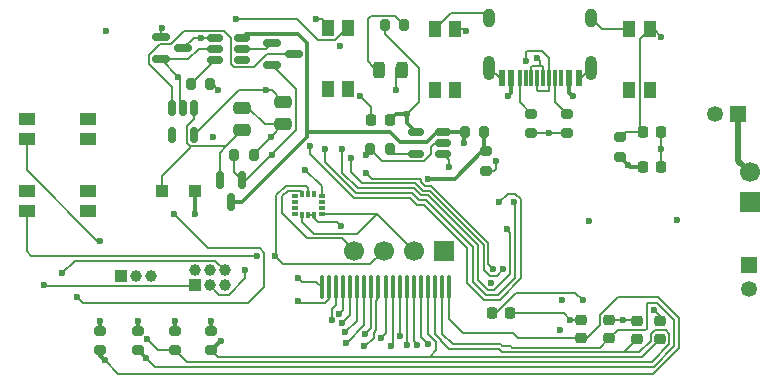
<source format=gbr>
%TF.GenerationSoftware,KiCad,Pcbnew,9.0.1*%
%TF.CreationDate,2025-11-02T14:12:38-06:00*%
%TF.ProjectId,OM-FlexGrid-Rigid-PCB,4f4d2d46-6c65-4784-9772-69642d526967,rev?*%
%TF.SameCoordinates,Original*%
%TF.FileFunction,Copper,L1,Top*%
%TF.FilePolarity,Positive*%
%FSLAX46Y46*%
G04 Gerber Fmt 4.6, Leading zero omitted, Abs format (unit mm)*
G04 Created by KiCad (PCBNEW 9.0.1) date 2025-11-02 14:12:38*
%MOMM*%
%LPD*%
G01*
G04 APERTURE LIST*
G04 Aperture macros list*
%AMRoundRect*
0 Rectangle with rounded corners*
0 $1 Rounding radius*
0 $2 $3 $4 $5 $6 $7 $8 $9 X,Y pos of 4 corners*
0 Add a 4 corners polygon primitive as box body*
4,1,4,$2,$3,$4,$5,$6,$7,$8,$9,$2,$3,0*
0 Add four circle primitives for the rounded corners*
1,1,$1+$1,$2,$3*
1,1,$1+$1,$4,$5*
1,1,$1+$1,$6,$7*
1,1,$1+$1,$8,$9*
0 Add four rect primitives between the rounded corners*
20,1,$1+$1,$2,$3,$4,$5,0*
20,1,$1+$1,$4,$5,$6,$7,0*
20,1,$1+$1,$6,$7,$8,$9,0*
20,1,$1+$1,$8,$9,$2,$3,0*%
G04 Aperture macros list end*
%TA.AperFunction,SMDPad,CuDef*%
%ADD10RoundRect,0.052500X0.122500X-0.947500X0.122500X0.947500X-0.122500X0.947500X-0.122500X-0.947500X0*%
%TD*%
%TA.AperFunction,SMDPad,CuDef*%
%ADD11R,0.600000X0.300000*%
%TD*%
%TA.AperFunction,SMDPad,CuDef*%
%ADD12R,0.300000X0.600000*%
%TD*%
%TA.AperFunction,SMDPad,CuDef*%
%ADD13RoundRect,0.200000X-0.275000X0.200000X-0.275000X-0.200000X0.275000X-0.200000X0.275000X0.200000X0*%
%TD*%
%TA.AperFunction,SMDPad,CuDef*%
%ADD14RoundRect,0.250000X-0.300000X-0.300000X0.300000X-0.300000X0.300000X0.300000X-0.300000X0.300000X0*%
%TD*%
%TA.AperFunction,SMDPad,CuDef*%
%ADD15R,1.450000X1.000000*%
%TD*%
%TA.AperFunction,SMDPad,CuDef*%
%ADD16RoundRect,0.150000X-0.150000X0.512500X-0.150000X-0.512500X0.150000X-0.512500X0.150000X0.512500X0*%
%TD*%
%TA.AperFunction,SMDPad,CuDef*%
%ADD17RoundRect,0.200000X-0.200000X-0.275000X0.200000X-0.275000X0.200000X0.275000X-0.200000X0.275000X0*%
%TD*%
%TA.AperFunction,ComponentPad*%
%ADD18R,1.000000X1.000000*%
%TD*%
%TA.AperFunction,ComponentPad*%
%ADD19C,1.000000*%
%TD*%
%TA.AperFunction,SMDPad,CuDef*%
%ADD20RoundRect,0.225000X-0.225000X-0.250000X0.225000X-0.250000X0.225000X0.250000X-0.225000X0.250000X0*%
%TD*%
%TA.AperFunction,SMDPad,CuDef*%
%ADD21RoundRect,0.150000X-0.587500X-0.150000X0.587500X-0.150000X0.587500X0.150000X-0.587500X0.150000X0*%
%TD*%
%TA.AperFunction,SMDPad,CuDef*%
%ADD22RoundRect,0.200000X0.200000X0.275000X-0.200000X0.275000X-0.200000X-0.275000X0.200000X-0.275000X0*%
%TD*%
%TA.AperFunction,SMDPad,CuDef*%
%ADD23RoundRect,0.225000X-0.250000X0.225000X-0.250000X-0.225000X0.250000X-0.225000X0.250000X0.225000X0*%
%TD*%
%TA.AperFunction,ComponentPad*%
%ADD24R,1.350000X1.350000*%
%TD*%
%TA.AperFunction,ComponentPad*%
%ADD25C,1.350000*%
%TD*%
%TA.AperFunction,SMDPad,CuDef*%
%ADD26RoundRect,0.150000X-0.512500X-0.150000X0.512500X-0.150000X0.512500X0.150000X-0.512500X0.150000X0*%
%TD*%
%TA.AperFunction,SMDPad,CuDef*%
%ADD27R,1.000000X1.450000*%
%TD*%
%TA.AperFunction,SMDPad,CuDef*%
%ADD28RoundRect,0.150000X-0.150000X0.587500X-0.150000X-0.587500X0.150000X-0.587500X0.150000X0.587500X0*%
%TD*%
%TA.AperFunction,SMDPad,CuDef*%
%ADD29RoundRect,0.243750X0.243750X0.456250X-0.243750X0.456250X-0.243750X-0.456250X0.243750X-0.456250X0*%
%TD*%
%TA.AperFunction,ComponentPad*%
%ADD30R,1.700000X1.700000*%
%TD*%
%TA.AperFunction,ComponentPad*%
%ADD31C,1.700000*%
%TD*%
%TA.AperFunction,SMDPad,CuDef*%
%ADD32RoundRect,0.250000X-0.475000X0.250000X-0.475000X-0.250000X0.475000X-0.250000X0.475000X0.250000X0*%
%TD*%
%TA.AperFunction,SMDPad,CuDef*%
%ADD33RoundRect,0.150000X0.512500X0.150000X-0.512500X0.150000X-0.512500X-0.150000X0.512500X-0.150000X0*%
%TD*%
%TA.AperFunction,SMDPad,CuDef*%
%ADD34R,0.600000X1.450000*%
%TD*%
%TA.AperFunction,SMDPad,CuDef*%
%ADD35R,0.300000X1.450000*%
%TD*%
%TA.AperFunction,HeatsinkPad*%
%ADD36O,1.000000X2.100000*%
%TD*%
%TA.AperFunction,HeatsinkPad*%
%ADD37O,1.000000X1.600000*%
%TD*%
%TA.AperFunction,SMDPad,CuDef*%
%ADD38RoundRect,0.225000X0.225000X0.250000X-0.225000X0.250000X-0.225000X-0.250000X0.225000X-0.250000X0*%
%TD*%
%TA.AperFunction,SMDPad,CuDef*%
%ADD39RoundRect,0.250000X0.475000X-0.250000X0.475000X0.250000X-0.475000X0.250000X-0.475000X-0.250000X0*%
%TD*%
%TA.AperFunction,SMDPad,CuDef*%
%ADD40RoundRect,0.200000X0.275000X-0.200000X0.275000X0.200000X-0.275000X0.200000X-0.275000X-0.200000X0*%
%TD*%
%TA.AperFunction,ViaPad*%
%ADD41C,0.600000*%
%TD*%
%TA.AperFunction,Conductor*%
%ADD42C,0.200000*%
%TD*%
%TA.AperFunction,Conductor*%
%ADD43C,0.350000*%
%TD*%
%TA.AperFunction,Conductor*%
%ADD44C,0.500000*%
%TD*%
G04 APERTURE END LIST*
D10*
%TO.P,J3,1,Pin_1*%
%TO.N,COL_0*%
X179250000Y-122700000D03*
%TO.P,J3,2,Pin_2*%
%TO.N,COL_1*%
X179850000Y-122700000D03*
%TO.P,J3,3,Pin_3*%
%TO.N,COL_2*%
X180450000Y-122700000D03*
%TO.P,J3,4,Pin_4*%
%TO.N,COL_3*%
X181050000Y-122700000D03*
%TO.P,J3,5,Pin_5*%
%TO.N,COL_4*%
X181650000Y-122700000D03*
%TO.P,J3,6,Pin_6*%
%TO.N,COL_5*%
X182250000Y-122700000D03*
%TO.P,J3,7,Pin_7*%
%TO.N,COL_6*%
X182850000Y-122700000D03*
%TO.P,J3,8,Pin_8*%
%TO.N,COL_7*%
X183450000Y-122700000D03*
%TO.P,J3,9,Pin_9*%
%TO.N,COL_8*%
X184050000Y-122700000D03*
%TO.P,J3,10,Pin_10*%
%TO.N,COL_9*%
X184650000Y-122700000D03*
%TO.P,J3,11,Pin_11*%
%TO.N,COL_10*%
X185250000Y-122700000D03*
%TO.P,J3,12,Pin_12*%
%TO.N,COL_11*%
X185850000Y-122700000D03*
%TO.P,J3,13,Pin_13*%
%TO.N,COL_12*%
X186450000Y-122700000D03*
%TO.P,J3,14,Pin_14*%
%TO.N,COL_13*%
X187050000Y-122700000D03*
%TO.P,J3,15,Pin_15*%
%TO.N,COL_14*%
X187650000Y-122700000D03*
%TO.P,J3,16,Pin_16*%
%TO.N,ROW_0*%
X188250000Y-122700000D03*
%TO.P,J3,17,Pin_17*%
%TO.N,ROW_1*%
X188850000Y-122700000D03*
%TO.P,J3,18,Pin_18*%
%TO.N,ROW_2*%
X189450000Y-122700000D03*
%TO.P,J3,19,Pin_19*%
%TO.N,ROW_3*%
X190050000Y-122700000D03*
%TD*%
D11*
%TO.P,IC1,1,SDO/AD0*%
%TO.N,unconnected-(IC1-SDO{slash}AD0-Pad1)*%
X176950000Y-114950000D03*
%TO.P,IC1,2,RESV1*%
%TO.N,unconnected-(IC1-RESV1-Pad2)*%
X176950000Y-115450000D03*
%TO.P,IC1,3,RESV2*%
%TO.N,unconnected-(IC1-RESV2-Pad3)*%
X176950000Y-115950000D03*
%TO.P,IC1,4,INT1/INT*%
%TO.N,unconnected-(IC1-INT1{slash}INT-Pad4)*%
X176950000Y-116450000D03*
D12*
%TO.P,IC1,5,VDDIO*%
%TO.N,+3V3*%
X177600000Y-116600000D03*
%TO.P,IC1,6,GND*%
%TO.N,GND*%
X178100000Y-116600000D03*
%TO.P,IC1,7,RESV_3*%
X178600000Y-116600000D03*
D11*
%TO.P,IC1,8,VDD*%
%TO.N,+3V3*%
X179250000Y-116450000D03*
%TO.P,IC1,9,INT2/FSYNC/CLKIN*%
%TO.N,unconnected-(IC1-INT2{slash}FSYNC{slash}CLKIN-Pad9)*%
X179250000Y-115950000D03*
%TO.P,IC1,10,RESV_4*%
%TO.N,unconnected-(IC1-RESV_4-Pad10)*%
X179250000Y-115450000D03*
%TO.P,IC1,11,RESV_5*%
%TO.N,GND*%
X179250000Y-114950000D03*
D12*
%TO.P,IC1,12,AP_CS*%
%TO.N,unconnected-(IC1-AP_CS-Pad12)*%
X178600000Y-114800000D03*
%TO.P,IC1,13,SCL/SCLK*%
%TO.N,SCL*%
X178100000Y-114800000D03*
%TO.P,IC1,14,SDA/SDIO/ASDI*%
%TO.N,SDA*%
X177600000Y-114800000D03*
%TD*%
D13*
%TO.P,R14,1*%
%TO.N,GND*%
X163700000Y-126350000D03*
%TO.P,R14,2*%
%TO.N,ROW_2*%
X163700000Y-128000000D03*
%TD*%
D14*
%TO.P,D1,1,K*%
%TO.N,VIN*%
X165700000Y-114500000D03*
%TO.P,D1,2,A*%
%TO.N,VBUS*%
X168500000Y-114500000D03*
%TD*%
D15*
%TO.P,SELECT1,1,1*%
%TO.N,SELECT*%
X154300000Y-116250000D03*
%TO.P,SELECT1,2,2*%
%TO.N,GND*%
X154300000Y-114550000D03*
%TO.P,SELECT1,3*%
%TO.N,N/C*%
X159450000Y-116250000D03*
%TO.P,SELECT1,4*%
X159450000Y-114550000D03*
%TD*%
D16*
%TO.P,U3,1,IN*%
%TO.N,VIN*%
X168450000Y-107500000D03*
%TO.P,U3,2,GND*%
%TO.N,GND*%
X167500000Y-107500000D03*
%TO.P,U3,3,EN*%
%TO.N,Net-(U3-EN)*%
X166550000Y-107500000D03*
%TO.P,U3,4,NC*%
%TO.N,unconnected-(U3-NC-Pad4)*%
X166550000Y-109775000D03*
%TO.P,U3,5,OUT*%
%TO.N,+3V3*%
X168450000Y-109775000D03*
%TD*%
D15*
%TO.P,MENU1,1,1*%
%TO.N,MENU*%
X154300000Y-110100000D03*
%TO.P,MENU1,2,2*%
%TO.N,GND*%
X154300000Y-108400000D03*
%TO.P,MENU1,3*%
%TO.N,N/C*%
X159450000Y-110100000D03*
%TO.P,MENU1,4*%
X159450000Y-108400000D03*
%TD*%
D17*
%TO.P,R5,1*%
%TO.N,VBUS*%
X184600000Y-100500000D03*
%TO.P,R5,2*%
%TO.N,Net-(D2-A)*%
X186250000Y-100500000D03*
%TD*%
D18*
%TO.P,J1,1,Pin_1*%
%TO.N,GP41*%
X168480000Y-122500000D03*
D19*
%TO.P,J1,2,Pin_2*%
%TO.N,SPI_MOSI*%
X168480000Y-121230000D03*
%TO.P,J1,3,Pin_3*%
%TO.N,SPI_SCK*%
X169750000Y-122500000D03*
%TO.P,J1,4,Pin_4*%
%TO.N,SPI_MISO*%
X169750000Y-121230000D03*
%TO.P,J1,5,Pin_5*%
%TO.N,CS*%
X171020000Y-122500000D03*
%TO.P,J1,6,Pin_6*%
%TO.N,GP40*%
X171020000Y-121230000D03*
%TD*%
D20*
%TO.P,C11,1*%
%TO.N,+3V3*%
X193650000Y-124900000D03*
%TO.P,C11,2*%
%TO.N,GND*%
X195200000Y-124900000D03*
%TD*%
D13*
%TO.P,R2,1*%
%TO.N,Net-(J4-CC1)*%
X200000000Y-108000000D03*
%TO.P,R2,2*%
%TO.N,GND*%
X200000000Y-109650000D03*
%TD*%
D21*
%TO.P,Q3,1,G*%
%TO.N,PWR_OFF*%
X165625000Y-101500000D03*
%TO.P,Q3,2,S*%
%TO.N,GND*%
X165625000Y-103400000D03*
%TO.P,Q3,3,D*%
%TO.N,Net-(MAX1-In)*%
X167500000Y-102450000D03*
%TD*%
D22*
%TO.P,R4,1*%
%TO.N,Net-(U4-PROG)*%
X185000000Y-111000000D03*
%TO.P,R4,2*%
%TO.N,GND*%
X183350000Y-111000000D03*
%TD*%
D23*
%TO.P,C15,1*%
%TO.N,GND*%
X201200000Y-125450000D03*
%TO.P,C15,2*%
%TO.N,ROW_3*%
X201200000Y-127000000D03*
%TD*%
D24*
%TO.P,J7,1,Pin_1*%
%TO.N,GND*%
X215450000Y-120800000D03*
D25*
%TO.P,J7,2,Pin_2*%
%TO.N,+3V3*%
X215450000Y-122800000D03*
%TD*%
D26*
%TO.P,MAX1,1,In*%
%TO.N,Net-(MAX1-In)*%
X170225000Y-101550000D03*
%TO.P,MAX1,2,GND*%
%TO.N,GND*%
X170225000Y-102500000D03*
%TO.P,MAX1,3,CLEAR*%
%TO.N,Net-(MAX1-CLEAR)*%
X170225000Y-103450000D03*
%TO.P,MAX1,4,OU*%
%TO.N,unconnected-(MAX1-OU-Pad4)*%
X172500000Y-103450000D03*
%TO.P,MAX1,5,OUT*%
%TO.N,LDO_EN*%
X172500000Y-102500000D03*
%TO.P,MAX1,6,Vcc*%
%TO.N,VBAT*%
X172500000Y-101550000D03*
%TD*%
D27*
%TO.P,BOOT1,1,1*%
%TO.N,GND*%
X205300000Y-100850000D03*
%TO.P,BOOT1,2,2*%
%TO.N,EN*%
X207000000Y-100850000D03*
%TO.P,BOOT1,3*%
%TO.N,N/C*%
X205300000Y-106000000D03*
%TO.P,BOOT1,4*%
X207000000Y-106000000D03*
%TD*%
D28*
%TO.P,Q2,1,G*%
%TO.N,VBUS*%
X172500000Y-113600000D03*
%TO.P,Q2,2,S*%
%TO.N,VIN*%
X170600000Y-113600000D03*
%TO.P,Q2,3,D*%
%TO.N,VBAT*%
X171550000Y-115475000D03*
%TD*%
D13*
%TO.P,R1,1*%
%TO.N,Net-(J4-CC2)*%
X197000000Y-108000000D03*
%TO.P,R1,2*%
%TO.N,GND*%
X197000000Y-109650000D03*
%TD*%
D27*
%TO.P,SW_PWR1,1,1*%
%TO.N,GND*%
X179750000Y-100750000D03*
%TO.P,SW_PWR1,2,2*%
%TO.N,Net-(MAX1-In)*%
X181450000Y-100750000D03*
%TO.P,SW_PWR1,3*%
%TO.N,N/C*%
X179750000Y-105900000D03*
%TO.P,SW_PWR1,4*%
X181450000Y-105900000D03*
%TD*%
D20*
%TO.P,C10,1*%
%TO.N,+3V3*%
X206450000Y-112500000D03*
%TO.P,C10,2*%
%TO.N,GND*%
X208000000Y-112500000D03*
%TD*%
D29*
%TO.P,D2,1,K*%
%TO.N,Net-(D2-K)*%
X186000000Y-104250000D03*
%TO.P,D2,2,A*%
%TO.N,Net-(D2-A)*%
X184125000Y-104250000D03*
%TD*%
D23*
%TO.P,C14,1*%
%TO.N,GND*%
X203600000Y-125450000D03*
%TO.P,C14,2*%
%TO.N,ROW_2*%
X203600000Y-127000000D03*
%TD*%
D13*
%TO.P,R8,1*%
%TO.N,ADC_BAT*%
X193175000Y-111175000D03*
%TO.P,R8,2*%
%TO.N,GND*%
X193175000Y-112825000D03*
%TD*%
D23*
%TO.P,C12,1*%
%TO.N,GND*%
X207900000Y-125500000D03*
%TO.P,C12,2*%
%TO.N,ROW_0*%
X207900000Y-127050000D03*
%TD*%
D20*
%TO.P,C8,1*%
%TO.N,GND*%
X183450000Y-108500000D03*
%TO.P,C8,2*%
%TO.N,VBUS*%
X185000000Y-108500000D03*
%TD*%
D30*
%TO.P,J2,1,Pin_1*%
%TO.N,GND*%
X215500000Y-115500000D03*
D31*
%TO.P,J2,2,Pin_2*%
%TO.N,VBAT*%
X215500000Y-112960000D03*
%TD*%
D17*
%TO.P,R3,1*%
%TO.N,Net-(MAX1-CLEAR)*%
X168175000Y-105500000D03*
%TO.P,R3,2*%
%TO.N,GND*%
X169825000Y-105500000D03*
%TD*%
D32*
%TO.P,C7,1*%
%TO.N,+3V3*%
X176000000Y-107000000D03*
%TO.P,C7,2*%
%TO.N,GND*%
X176000000Y-108900000D03*
%TD*%
D30*
%TO.P,SCRN1,1,Pin_1*%
%TO.N,GND*%
X189600000Y-119600000D03*
D31*
%TO.P,SCRN1,2,Pin_2*%
%TO.N,+3V3*%
X187060000Y-119600000D03*
%TO.P,SCRN1,3,Pin_3*%
%TO.N,SCL*%
X184520000Y-119600000D03*
%TO.P,SCRN1,4,Pin_4*%
%TO.N,SDA*%
X181980000Y-119600000D03*
%TD*%
D33*
%TO.P,U4,1,~{CHRG}*%
%TO.N,Net-(D2-K)*%
X189500000Y-111400000D03*
%TO.P,U4,2,GND*%
%TO.N,GND*%
X189500000Y-110450000D03*
%TO.P,U4,3,BAT*%
%TO.N,VBAT*%
X189500000Y-109500000D03*
%TO.P,U4,4,V_{CC}*%
%TO.N,VBUS*%
X187225000Y-109500000D03*
%TO.P,U4,5,PROG*%
%TO.N,Net-(U4-PROG)*%
X187225000Y-111400000D03*
%TD*%
D27*
%TO.P,SW_RST1,1,1*%
%TO.N,GND*%
X188800000Y-100850000D03*
%TO.P,SW_RST1,2,2*%
%TO.N,100*%
X190500000Y-100850000D03*
%TO.P,SW_RST1,3*%
%TO.N,N/C*%
X188800000Y-106000000D03*
%TO.P,SW_RST1,4*%
X190500000Y-106000000D03*
%TD*%
D34*
%TO.P,J4,A1,GND*%
%TO.N,GND*%
X201000000Y-105000000D03*
%TO.P,J4,A4,VBUS*%
%TO.N,VBUS*%
X200200000Y-105000000D03*
D35*
%TO.P,J4,A5,CC1*%
%TO.N,Net-(J4-CC1)*%
X199000000Y-105000000D03*
%TO.P,J4,A6,D+*%
%TO.N,D+*%
X198000000Y-105000000D03*
%TO.P,J4,A7,D-*%
%TO.N,D-*%
X197500000Y-105000000D03*
%TO.P,J4,A8,SBU1*%
%TO.N,unconnected-(J4-SBU1-PadA8)*%
X196500000Y-105000000D03*
D34*
%TO.P,J4,A9,VBUS*%
%TO.N,VBUS*%
X195300000Y-105000000D03*
%TO.P,J4,A12,GND*%
%TO.N,GND*%
X194500000Y-105000000D03*
%TO.P,J4,B1,GND*%
X194500000Y-105000000D03*
%TO.P,J4,B4,VBUS*%
%TO.N,VBUS*%
X195300000Y-105000000D03*
D35*
%TO.P,J4,B5,CC2*%
%TO.N,Net-(J4-CC2)*%
X196000000Y-105000000D03*
%TO.P,J4,B6,D+*%
%TO.N,D+*%
X197000000Y-105000000D03*
%TO.P,J4,B7,D-*%
%TO.N,D-*%
X198500000Y-105000000D03*
%TO.P,J4,B8,SBU2*%
%TO.N,unconnected-(J4-SBU2-PadB8)*%
X199500000Y-105000000D03*
D34*
%TO.P,J4,B9,VBUS*%
%TO.N,VBUS*%
X200200000Y-105000000D03*
%TO.P,J4,B12,GND*%
%TO.N,GND*%
X201000000Y-105000000D03*
D36*
%TO.P,J4,S1,SHIELD*%
X202070000Y-104085000D03*
D37*
X202070000Y-99905000D03*
D36*
X193430000Y-104085000D03*
D37*
X193430000Y-99905000D03*
%TD*%
D38*
%TO.P,C5,1*%
%TO.N,GND*%
X208000000Y-109500000D03*
%TO.P,C5,2*%
%TO.N,EN*%
X206450000Y-109500000D03*
%TD*%
D17*
%TO.P,R7,1*%
%TO.N,VBAT*%
X191350000Y-109500000D03*
%TO.P,R7,2*%
%TO.N,ADC_BAT*%
X193000000Y-109500000D03*
%TD*%
D39*
%TO.P,C6,1*%
%TO.N,VIN*%
X172500000Y-109400000D03*
%TO.P,C6,2*%
%TO.N,GND*%
X172500000Y-107500000D03*
%TD*%
D13*
%TO.P,R15,1*%
%TO.N,GND*%
X160500000Y-126350000D03*
%TO.P,R15,2*%
%TO.N,ROW_3*%
X160500000Y-128000000D03*
%TD*%
%TO.P,R12,1*%
%TO.N,GND*%
X169900000Y-126350000D03*
%TO.P,R12,2*%
%TO.N,ROW_0*%
X169900000Y-128000000D03*
%TD*%
D40*
%TO.P,R6,1*%
%TO.N,+3V3*%
X204500000Y-111650000D03*
%TO.P,R6,2*%
%TO.N,EN*%
X204500000Y-110000000D03*
%TD*%
D13*
%TO.P,R13,1*%
%TO.N,GND*%
X166800000Y-126350000D03*
%TO.P,R13,2*%
%TO.N,ROW_1*%
X166800000Y-128000000D03*
%TD*%
D21*
%TO.P,D3,1*%
%TO.N,LDO_EN*%
X175000000Y-102000000D03*
%TO.P,D3,2*%
%TO.N,VBUS*%
X175000000Y-103900000D03*
%TO.P,D3,3*%
%TO.N,Net-(U3-EN)*%
X176875000Y-102950000D03*
%TD*%
D17*
%TO.P,R9,1*%
%TO.N,VBUS*%
X171850000Y-111500000D03*
%TO.P,R9,2*%
%TO.N,GND*%
X173500000Y-111500000D03*
%TD*%
D18*
%TO.P,J6,1,Pin_1*%
%TO.N,GND*%
X162230000Y-121750000D03*
D19*
%TO.P,J6,2,Pin_2*%
%TO.N,RX*%
X163500000Y-121750000D03*
%TO.P,J6,3,Pin_3*%
%TO.N,TX*%
X164770000Y-121750000D03*
%TD*%
D23*
%TO.P,C13,1*%
%TO.N,GND*%
X205950000Y-125500000D03*
%TO.P,C13,2*%
%TO.N,ROW_1*%
X205950000Y-127050000D03*
%TD*%
D24*
%TO.P,J5,1,Pin_1*%
%TO.N,VBAT*%
X214500000Y-108000000D03*
D25*
%TO.P,J5,2,Pin_2*%
%TO.N,MotorGND*%
X212500000Y-108000000D03*
%TD*%
D41*
%TO.N,GND*%
X198500000Y-109650000D03*
X209350000Y-117000000D03*
X161000000Y-101000000D03*
X183000000Y-111500000D03*
X154300000Y-114550000D03*
X169900000Y-125500000D03*
X207375000Y-124625000D03*
X204750000Y-125450000D03*
X174950000Y-109950000D03*
X154300000Y-108400000D03*
X182500000Y-106500000D03*
X180850000Y-117499000D03*
X170500000Y-106000000D03*
X193575000Y-122325000D03*
X163700000Y-125500000D03*
X166800000Y-125500000D03*
X200299435Y-125449435D03*
X170040000Y-109960000D03*
X194000000Y-112000000D03*
X167112500Y-104887500D03*
X178750000Y-100000000D03*
X160500000Y-125500000D03*
X177850000Y-112750000D03*
X208000000Y-111000000D03*
%TO.N,EN*%
X208000000Y-101500000D03*
%TO.N,+3V3*%
X205175000Y-112325000D03*
X201324464Y-123774464D03*
X180750000Y-102250000D03*
X201850000Y-117050000D03*
X174500000Y-106000000D03*
%TO.N,VBUS*%
X168500000Y-116500000D03*
X186500000Y-108000000D03*
X175000000Y-111500000D03*
X200500000Y-106500000D03*
X195000000Y-106500000D03*
%TO.N,Net-(D2-K)*%
X190000000Y-112500000D03*
X185500000Y-106000000D03*
%TO.N,GP40*%
X157250000Y-121500000D03*
%TO.N,SCL*%
X175250000Y-120000000D03*
%TO.N,GP41*%
X155750000Y-122500000D03*
%TO.N,ROW_3*%
X160875000Y-128875000D03*
X166750000Y-116500000D03*
X158500000Y-123500000D03*
%TO.N,COL_11*%
X185850000Y-126850000D03*
%TO.N,COL_9*%
X184250000Y-126950000D03*
%TO.N,COL_0*%
X177200000Y-121900000D03*
%TO.N,COL_2*%
X180080832Y-125456592D03*
%TO.N,COL_4*%
X181000000Y-125700000D03*
%TO.N,COL_1*%
X177200000Y-123850000D03*
%TO.N,COL_13*%
X187350000Y-127550000D03*
%TO.N,ROW_1*%
X164450057Y-127100000D03*
%TO.N,COL_6*%
X181275000Y-127375000D03*
X199610700Y-123750329D03*
%TO.N,COL_10*%
X185100000Y-127700000D03*
%TO.N,COL_5*%
X181250000Y-126500000D03*
%TO.N,COL_8*%
X182850000Y-127700000D03*
%TO.N,ROW_2*%
X164350000Y-128650000D03*
%TO.N,ROW_0*%
X170700000Y-127200000D03*
%TO.N,COL_12*%
X186500000Y-127539509D03*
%TO.N,COL_7*%
X182925000Y-126675000D03*
X199400000Y-126300000D03*
%TO.N,COL_3*%
X180700000Y-124950000D03*
%TO.N,COL_14*%
X188250000Y-127500000D03*
%TO.N,D-*%
X196500000Y-103500000D03*
%TO.N,D+*%
X197500000Y-103250000D03*
%TO.N,SPI_SCK*%
X172750000Y-121250000D03*
%TO.N,ADC_BAT*%
X188250000Y-113500000D03*
%TO.N,Net-(MAX1-In)*%
X172000000Y-100000000D03*
X169000000Y-101550000D03*
%TO.N,VBAT*%
X191250000Y-110500000D03*
%TO.N,PWR_OFF*%
X165750000Y-100750000D03*
%TO.N,S3*%
X194250000Y-115500000D03*
X178250000Y-110750000D03*
%TO.N,GP16_E*%
X179500000Y-111000000D03*
X195550000Y-115500000D03*
%TO.N,S0*%
X193750000Y-121100000D03*
X183000000Y-113000000D03*
%TO.N,S2*%
X181000000Y-111000000D03*
X194900000Y-117750000D03*
%TO.N,S1*%
X194625000Y-121125000D03*
X181750000Y-111750000D03*
%TO.N,MENU*%
X160500000Y-118750000D03*
%TO.N,100*%
X191500000Y-101000000D03*
%TO.N,SELECT*%
X173750000Y-120000000D03*
%TD*%
D42*
%TO.N,S3*%
X195649943Y-114750000D02*
X195000000Y-114750000D01*
X196151000Y-115251057D02*
X195649943Y-114750000D01*
X194317100Y-123750000D02*
X196151000Y-121916100D01*
X193015857Y-123750000D02*
X194317100Y-123750000D01*
X195000000Y-114750000D02*
X194250000Y-115500000D01*
X191550000Y-119368400D02*
X191550000Y-122284143D01*
X187320805Y-115705005D02*
X187886605Y-115705005D01*
X196151000Y-121916100D02*
X196151000Y-115251057D01*
X187886605Y-115705005D02*
X191550000Y-119368400D01*
X186703800Y-115088000D02*
X187320805Y-115705005D01*
X181953800Y-115088000D02*
X186703800Y-115088000D01*
X178250000Y-111384200D02*
X181953800Y-115088000D01*
X191550000Y-122284143D02*
X193015857Y-123750000D01*
X178250000Y-110750000D02*
X178250000Y-111384200D01*
%TO.N,GP16_E*%
X195627000Y-115577000D02*
X195550000Y-115500000D01*
X195627000Y-121873000D02*
X195627000Y-115577000D01*
X194174028Y-123325972D02*
X195627000Y-121873000D01*
X193158929Y-123325972D02*
X194174028Y-123325972D01*
X192049000Y-122216044D02*
X193158929Y-123325972D01*
X188052705Y-115304005D02*
X192049000Y-119300300D01*
X187486905Y-115304005D02*
X188052705Y-115304005D01*
X186869900Y-114687000D02*
X187486905Y-115304005D01*
X192049000Y-119300300D02*
X192049000Y-122216044D01*
X182119900Y-114687000D02*
X186869900Y-114687000D01*
X179500000Y-112067100D02*
X182119900Y-114687000D01*
X179500000Y-111000000D02*
X179500000Y-112067100D01*
%TO.N,S2*%
X181000000Y-113000000D02*
X181000000Y-111000000D01*
X182286000Y-114286000D02*
X181000000Y-113000000D01*
X187653005Y-114903005D02*
X187036000Y-114286000D01*
X188218805Y-114903005D02*
X187653005Y-114903005D01*
X192450000Y-122049944D02*
X192450000Y-119134200D01*
X195226000Y-121523943D02*
X193824971Y-122924972D01*
X193325028Y-122924972D02*
X192450000Y-122049944D01*
X195226000Y-118076000D02*
X195226000Y-121523943D01*
X193824971Y-122924972D02*
X193325028Y-122924972D01*
X194900000Y-117750000D02*
X195226000Y-118076000D01*
X187036000Y-114286000D02*
X182286000Y-114286000D01*
X192450000Y-119134200D02*
X188218805Y-114903005D01*
%TO.N,S1*%
X181716450Y-111783550D02*
X181750000Y-111750000D01*
X181716450Y-112966450D02*
X181716450Y-111783550D01*
X187248000Y-113885000D02*
X182635000Y-113885000D01*
X187248000Y-113915043D02*
X187248000Y-113885000D01*
X187834957Y-114502000D02*
X187248000Y-113915043D01*
X188332849Y-114502000D02*
X187834957Y-114502000D01*
X188332852Y-114502003D02*
X188332849Y-114502000D01*
X188384902Y-114502002D02*
X188332852Y-114502003D01*
X193000000Y-120917100D02*
X192949000Y-120866100D01*
X193501057Y-121701000D02*
X193000000Y-121199943D01*
X193000000Y-121199943D02*
X193000000Y-120917100D01*
X182635000Y-113885000D02*
X181716450Y-112966450D01*
X194049000Y-121701000D02*
X193501057Y-121701000D01*
X194625000Y-121125000D02*
X194049000Y-121701000D01*
X192949000Y-120866100D02*
X192949000Y-119066100D01*
X192949000Y-119066100D02*
X188384902Y-114502002D01*
%TO.N,S0*%
X183484000Y-113484000D02*
X183000000Y-113000000D01*
X187649000Y-113748943D02*
X187649000Y-113484000D01*
X188001057Y-114101000D02*
X187649000Y-113748943D01*
X188498943Y-114101000D02*
X188001057Y-114101000D01*
X188524971Y-114074971D02*
X188498943Y-114101000D01*
X193350000Y-118900000D02*
X188524971Y-114074971D01*
X193350000Y-120700000D02*
X193350000Y-118900000D01*
X193750000Y-121100000D02*
X193350000Y-120700000D01*
X187649000Y-113484000D02*
X183484000Y-113484000D01*
%TO.N,ROW_1*%
X189351000Y-127170100D02*
X188850000Y-126669100D01*
X190052000Y-127902000D02*
X189351000Y-127201000D01*
X189351000Y-127201000D02*
X189351000Y-127170100D01*
X188850000Y-126669100D02*
X188850000Y-122700000D01*
X194522000Y-128202000D02*
X194222000Y-127902000D01*
X194222000Y-127902000D02*
X190052000Y-127902000D01*
%TO.N,ROW_3*%
X190050000Y-125400000D02*
X190050000Y-122700000D01*
X195410000Y-126550000D02*
X191200000Y-126550000D01*
X195860000Y-127000000D02*
X195410000Y-126550000D01*
X191200000Y-126550000D02*
X190050000Y-125400000D01*
%TO.N,ROW_2*%
X189450000Y-126600000D02*
X189450000Y-122700000D01*
X194388100Y-127501000D02*
X190351000Y-127501000D01*
X194537100Y-127650000D02*
X194388100Y-127501000D01*
X195240000Y-127650000D02*
X194537100Y-127650000D01*
X195391000Y-127801000D02*
X195240000Y-127650000D01*
X203600000Y-127000000D02*
X202799000Y-127801000D01*
X202799000Y-127801000D02*
X195391000Y-127801000D01*
X190351000Y-127501000D02*
X189450000Y-126600000D01*
%TO.N,ROW_0*%
X188250000Y-126636200D02*
X188250000Y-122700000D01*
X188950000Y-127336200D02*
X188250000Y-126636200D01*
%TO.N,COL_14*%
X187650000Y-126900000D02*
X187650000Y-122700000D01*
X188250000Y-127500000D02*
X187650000Y-126900000D01*
%TO.N,COL_13*%
X187350000Y-127550000D02*
X187050000Y-127250000D01*
X187050000Y-127250000D02*
X187050000Y-122700000D01*
%TO.N,COL_12*%
X186450000Y-127489509D02*
X186450000Y-122700000D01*
X186500000Y-127539509D02*
X186450000Y-127489509D01*
%TO.N,COL_11*%
X185850000Y-126850000D02*
X185850000Y-122700000D01*
%TO.N,COL_10*%
X185100000Y-127700000D02*
X185250000Y-127550000D01*
X185250000Y-127550000D02*
X185250000Y-122700000D01*
%TO.N,COL_9*%
X184250000Y-126950000D02*
X184650000Y-126550000D01*
X184650000Y-126550000D02*
X184650000Y-122700000D01*
%TO.N,COL_14*%
X188250000Y-127500000D02*
X188148000Y-127602000D01*
%TO.N,ROW_0*%
X188950000Y-128000000D02*
X188400000Y-128550000D01*
X188950000Y-127336200D02*
X188950000Y-128000000D01*
%TO.N,COL_8*%
X183926000Y-122824000D02*
X184050000Y-122700000D01*
X183851000Y-123870380D02*
X183926000Y-123795380D01*
X183926000Y-123795380D02*
X183926000Y-122824000D01*
X183851000Y-126316100D02*
X183851000Y-123870380D01*
X183649000Y-126518100D02*
X183851000Y-126316100D01*
X183649000Y-126951000D02*
X183649000Y-126518100D01*
X182900000Y-127700000D02*
X183649000Y-126951000D01*
X182850000Y-127700000D02*
X182900000Y-127700000D01*
%TO.N,COL_7*%
X183450000Y-126150000D02*
X183450000Y-122700000D01*
X182925000Y-126675000D02*
X183450000Y-126150000D01*
%TO.N,COL_6*%
X181375057Y-127375000D02*
X181275000Y-127375000D01*
X182850000Y-125900057D02*
X181375057Y-127375000D01*
X182850000Y-122700000D02*
X182850000Y-125900057D01*
%TO.N,COL_5*%
X182250000Y-125500000D02*
X181250000Y-126500000D01*
X182250000Y-122700000D02*
X182250000Y-125500000D01*
%TO.N,COL_4*%
X181650000Y-125050000D02*
X181000000Y-125700000D01*
X181650000Y-122700000D02*
X181650000Y-125050000D01*
%TO.N,COL_3*%
X181050000Y-124600000D02*
X180700000Y-124950000D01*
X181050000Y-122700000D02*
X181050000Y-124600000D01*
%TO.N,COL_2*%
X180080832Y-124519168D02*
X180080832Y-125456592D01*
X180450000Y-124150000D02*
X180080832Y-124519168D01*
X180450000Y-122700000D02*
X180450000Y-124150000D01*
%TO.N,COL_1*%
X179520380Y-124001000D02*
X177351000Y-124001000D01*
X179850000Y-123671380D02*
X179520380Y-124001000D01*
X179850000Y-122700000D02*
X179850000Y-123671380D01*
X177351000Y-124001000D02*
X177200000Y-123850000D01*
%TO.N,COL_0*%
X179250000Y-122700000D02*
X178800000Y-122250000D01*
X178800000Y-122250000D02*
X177550000Y-122250000D01*
X177200000Y-121900000D02*
X177550000Y-122250000D01*
%TO.N,GND*%
X204750000Y-125450000D02*
X205900000Y-125450000D01*
X174400000Y-108900000D02*
X176000000Y-108900000D01*
X188500000Y-110787501D02*
X188500000Y-111429468D01*
X188500000Y-111429468D02*
X187928468Y-112001000D01*
X184351000Y-112001000D02*
X183350000Y-111000000D01*
X183350000Y-111000000D02*
X183000000Y-111350000D01*
X180501000Y-117150000D02*
X178898000Y-117150000D01*
X188837501Y-110450000D02*
X188500000Y-110787501D01*
X173500000Y-111500000D02*
X173500000Y-111400000D01*
D43*
X166800000Y-126350000D02*
X166800000Y-125500000D01*
D42*
X207900000Y-125150000D02*
X207375000Y-124625000D01*
X170225000Y-102500000D02*
X168829468Y-102500000D01*
D43*
X160500000Y-126350000D02*
X160500000Y-125500000D01*
D42*
X168829468Y-102500000D02*
X167929468Y-103400000D01*
X183450000Y-107450000D02*
X182500000Y-106500000D01*
X167929468Y-103400000D02*
X165625000Y-103400000D01*
X194000000Y-112000000D02*
X194000000Y-112650000D01*
X200299435Y-125449435D02*
X200300000Y-125450000D01*
X183000000Y-111350000D02*
X183000000Y-111500000D01*
X167250000Y-107250000D02*
X167250000Y-105025000D01*
X201000000Y-105000000D02*
X201155000Y-105000000D01*
D43*
X163700000Y-126350000D02*
X163700000Y-125500000D01*
D42*
X188800000Y-100850000D02*
X190150000Y-99500000D01*
X194000000Y-112650000D02*
X193825000Y-112825000D01*
X193025000Y-99500000D02*
X193430000Y-99905000D01*
X167500000Y-107500000D02*
X167250000Y-107250000D01*
X208000000Y-109500000D02*
X208000000Y-111000000D01*
X195200000Y-124900000D02*
X199750000Y-124900000D01*
X167112500Y-104887500D02*
X165625000Y-103400000D01*
X208000000Y-111000000D02*
X208000000Y-112500000D01*
X194500000Y-105000000D02*
X194345000Y-105000000D01*
X178600000Y-116852000D02*
X178600000Y-116600000D01*
X194345000Y-105000000D02*
X193430000Y-104085000D01*
X198500000Y-109650000D02*
X197000000Y-109650000D01*
X201155000Y-105000000D02*
X202070000Y-104085000D01*
X178898000Y-117150000D02*
X178600000Y-116852000D01*
X199750000Y-124900000D02*
X200299435Y-125449435D01*
X193825000Y-112825000D02*
X193175000Y-112825000D01*
X200300000Y-125450000D02*
X201200000Y-125450000D01*
X178750000Y-100000000D02*
X179250000Y-100000000D01*
X179250000Y-114150000D02*
X177850000Y-112750000D01*
X178600000Y-116600000D02*
X178100000Y-116600000D01*
D43*
X169900000Y-126350000D02*
X169900000Y-125500000D01*
D42*
X189500000Y-110450000D02*
X188837501Y-110450000D01*
X179250000Y-114950000D02*
X179250000Y-114150000D01*
X169825000Y-105500000D02*
X170000000Y-105500000D01*
X180850000Y-117499000D02*
X180501000Y-117150000D01*
X190150000Y-99500000D02*
X193025000Y-99500000D01*
X173500000Y-111400000D02*
X174950000Y-109950000D01*
X173000000Y-107500000D02*
X174400000Y-108900000D01*
X200000000Y-109650000D02*
X198500000Y-109650000D01*
X207900000Y-125500000D02*
X207900000Y-125150000D01*
X203015000Y-100850000D02*
X202070000Y-99905000D01*
X179250000Y-100000000D02*
X179750000Y-100500000D01*
X174950000Y-109950000D02*
X176000000Y-108900000D01*
X205300000Y-100850000D02*
X203015000Y-100850000D01*
X167250000Y-105025000D02*
X167112500Y-104887500D01*
X203600000Y-125450000D02*
X204750000Y-125450000D01*
X187928468Y-112001000D02*
X184351000Y-112001000D01*
X170000000Y-105500000D02*
X170500000Y-106000000D01*
X183450000Y-108500000D02*
X183450000Y-107450000D01*
X205900000Y-125450000D02*
X205950000Y-125500000D01*
X172500000Y-107500000D02*
X173000000Y-107500000D01*
%TO.N,EN*%
X206450000Y-109500000D02*
X205000000Y-109500000D01*
X205000000Y-109500000D02*
X204500000Y-110000000D01*
X207000000Y-100850000D02*
X206199000Y-101651000D01*
X206199000Y-101651000D02*
X206199000Y-109249000D01*
X207000000Y-100850000D02*
X207350000Y-100850000D01*
X206199000Y-109249000D02*
X206450000Y-109500000D01*
X207350000Y-100850000D02*
X208000000Y-101500000D01*
%TO.N,VIN*%
X171161500Y-110738500D02*
X170600000Y-111300000D01*
X168109032Y-110738500D02*
X168109032Y-110890968D01*
X171161500Y-110738500D02*
X172500000Y-109400000D01*
X168109032Y-110890968D02*
X165700000Y-113300000D01*
X168450000Y-108470532D02*
X167849000Y-109071532D01*
X168109032Y-110738500D02*
X171161500Y-110738500D01*
X168450000Y-107500000D02*
X168450000Y-108470532D01*
X170600000Y-111300000D02*
X170600000Y-113600000D01*
X167849000Y-109071532D02*
X167849000Y-110478468D01*
X165700000Y-113300000D02*
X165700000Y-114500000D01*
X167849000Y-110478468D02*
X168109032Y-110738500D01*
%TO.N,+3V3*%
X187060000Y-119600000D02*
X183910000Y-116450000D01*
X176000000Y-107000000D02*
X175000000Y-106000000D01*
X183910000Y-116450000D02*
X180550000Y-116450000D01*
X180550000Y-116450000D02*
X179250000Y-116450000D01*
X193974890Y-124900000D02*
X195725561Y-123149329D01*
D43*
X205175000Y-112325000D02*
X204500000Y-111650000D01*
D42*
X182211000Y-118149000D02*
X183910000Y-116450000D01*
X195725561Y-123149329D02*
X200699329Y-123149329D01*
X174500000Y-106000000D02*
X172225000Y-106000000D01*
X172225000Y-106000000D02*
X168450000Y-109775000D01*
X178597000Y-118149000D02*
X182211000Y-118149000D01*
X193650000Y-124900000D02*
X193974890Y-124900000D01*
X177600000Y-116600000D02*
X177600000Y-117152000D01*
D43*
X205350000Y-112500000D02*
X205175000Y-112325000D01*
D42*
X200699329Y-123149329D02*
X201324464Y-123774464D01*
D43*
X206450000Y-112500000D02*
X205350000Y-112500000D01*
D42*
X175000000Y-106000000D02*
X174500000Y-106000000D01*
X177600000Y-117152000D02*
X178597000Y-118149000D01*
%TO.N,VBUS*%
X187500000Y-107000000D02*
X186500000Y-108000000D01*
X171850000Y-111500000D02*
X171850000Y-112950000D01*
D43*
X186500000Y-108000000D02*
X185500000Y-108000000D01*
D42*
X184600000Y-100500000D02*
X184600000Y-101250000D01*
X172811160Y-113600000D02*
X172500000Y-113600000D01*
X177026000Y-109385160D02*
X172811160Y-113600000D01*
D43*
X186500000Y-108775000D02*
X187225000Y-109500000D01*
X195300000Y-105000000D02*
X195300000Y-106200000D01*
D42*
X187500000Y-104150000D02*
X187500000Y-107000000D01*
X184600000Y-101250000D02*
X187500000Y-104150000D01*
D43*
X195300000Y-106200000D02*
X195000000Y-106500000D01*
X200200000Y-105000000D02*
X200200000Y-106200000D01*
D42*
X177026000Y-105926000D02*
X177026000Y-109385160D01*
D43*
X200200000Y-106200000D02*
X200500000Y-106500000D01*
X168500000Y-116500000D02*
X168500000Y-114500000D01*
D42*
X175000000Y-103900000D02*
X177026000Y-105926000D01*
X171850000Y-112950000D02*
X172500000Y-113600000D01*
D43*
X186500000Y-108000000D02*
X186500000Y-108775000D01*
X185500000Y-108000000D02*
X185000000Y-108500000D01*
D42*
%TO.N,Net-(D2-K)*%
X185500000Y-106000000D02*
X185500000Y-104000000D01*
X189500000Y-111400000D02*
X190000000Y-111900000D01*
X190000000Y-111900000D02*
X190000000Y-112500000D01*
%TO.N,Net-(D2-A)*%
X183149000Y-103524000D02*
X183625000Y-104000000D01*
X186250000Y-100500000D02*
X185474000Y-99724000D01*
X183436936Y-99724000D02*
X183149000Y-100011936D01*
X183149000Y-100011936D02*
X183149000Y-103524000D01*
X185474000Y-99724000D02*
X183436936Y-99724000D01*
%TO.N,Net-(U3-EN)*%
X166461500Y-102109032D02*
X167621532Y-100949000D01*
X167621532Y-100949000D02*
X170928468Y-100949000D01*
X171536500Y-101557032D02*
X171536500Y-103790968D01*
X170928468Y-100949000D02*
X171536500Y-101557032D01*
X164586500Y-103059032D02*
X165536500Y-102109032D01*
X165536500Y-102109032D02*
X166461500Y-102109032D01*
X166550000Y-105704468D02*
X164586500Y-103740968D01*
X173469532Y-104051000D02*
X174570532Y-102950000D01*
X174570532Y-102950000D02*
X176875000Y-102950000D01*
X171796532Y-104051000D02*
X173469532Y-104051000D01*
X164586500Y-103740968D02*
X164586500Y-103059032D01*
X171536500Y-103790968D02*
X171796532Y-104051000D01*
X166550000Y-107500000D02*
X166550000Y-105704468D01*
%TO.N,LDO_EN*%
X175000000Y-102000000D02*
X174500000Y-102500000D01*
X174500000Y-102500000D02*
X172500000Y-102500000D01*
%TO.N,GP40*%
X171020000Y-121230000D02*
X170219000Y-120429000D01*
X158321000Y-120429000D02*
X157250000Y-121500000D01*
X170219000Y-120429000D02*
X158321000Y-120429000D01*
%TO.N,SCL*%
X176182900Y-114098000D02*
X175400000Y-114880900D01*
X184520000Y-119600000D02*
X183369000Y-120751000D01*
X178100000Y-114248000D02*
X177950000Y-114098000D01*
X177950000Y-114098000D02*
X176182900Y-114098000D01*
X176001000Y-120751000D02*
X175250000Y-120000000D01*
X175400000Y-114880900D02*
X175400000Y-119850000D01*
X183369000Y-120751000D02*
X176001000Y-120751000D01*
X178100000Y-114800000D02*
X178100000Y-114248000D01*
X175400000Y-119850000D02*
X175250000Y-120000000D01*
X175250000Y-120000000D02*
X175250000Y-120187760D01*
%TO.N,GP41*%
X168480000Y-122500000D02*
X168429000Y-122551000D01*
X168429000Y-122551000D02*
X155801000Y-122551000D01*
X155801000Y-122551000D02*
X155750000Y-122500000D01*
%TO.N,SDA*%
X175850000Y-114998000D02*
X175850000Y-116402000D01*
X177600000Y-114548000D02*
X177551000Y-114499000D01*
X176349000Y-114499000D02*
X175850000Y-114998000D01*
X175850000Y-116402000D02*
X177998000Y-118550000D01*
X180930000Y-118550000D02*
X181980000Y-119600000D01*
X177600000Y-114800000D02*
X177600000Y-114548000D01*
X177551000Y-114499000D02*
X176349000Y-114499000D01*
X177998000Y-118550000D02*
X180930000Y-118550000D01*
%TO.N,ROW_3*%
X174351000Y-122649000D02*
X173000000Y-124000000D01*
X204324890Y-123500000D02*
X207692210Y-123500000D01*
X169649000Y-119399000D02*
X173998943Y-119399000D01*
X207309310Y-130000000D02*
X162000000Y-130000000D01*
D43*
X160500000Y-128500000D02*
X160500000Y-128000000D01*
D42*
X195860000Y-127000000D02*
X201723110Y-127000000D01*
D43*
X160875000Y-128875000D02*
X160500000Y-128500000D01*
D42*
X173000000Y-124000000D02*
X159000000Y-124000000D01*
X201723110Y-127000000D02*
X202824000Y-125899110D01*
X207692210Y-123500000D02*
X209478000Y-125285790D01*
X209478000Y-127831310D02*
X207309310Y-130000000D01*
X162000000Y-130000000D02*
X160875000Y-128875000D01*
X195860000Y-127000000D02*
X201200000Y-127000000D01*
X174351000Y-119751057D02*
X174351000Y-122649000D01*
X159000000Y-124000000D02*
X158500000Y-123500000D01*
X202824000Y-125000890D02*
X204324890Y-123500000D01*
X202824000Y-125899110D02*
X202824000Y-125000890D01*
X166750000Y-116500000D02*
X169649000Y-119399000D01*
X173998943Y-119399000D02*
X174351000Y-119751057D01*
X209478000Y-125285790D02*
X209478000Y-127831310D01*
%TO.N,COL_2*%
X180080832Y-125456592D02*
X180218741Y-125318683D01*
X180218741Y-125318683D02*
X180099000Y-125198943D01*
%TO.N,ROW_1*%
X208676000Y-127499110D02*
X207171110Y-129004000D01*
X194522000Y-128202000D02*
X206148000Y-128202000D01*
X164450057Y-127100000D02*
X165350057Y-128000000D01*
X207124000Y-127226000D02*
X207124000Y-126600890D01*
X207425890Y-126299000D02*
X208374110Y-126299000D01*
X208676000Y-126600890D02*
X208676000Y-127499110D01*
X206148000Y-128202000D02*
X207124000Y-127226000D01*
X207171110Y-129004000D02*
X167804000Y-129004000D01*
X194522000Y-128202000D02*
X204798000Y-128202000D01*
X208374110Y-126299000D02*
X208676000Y-126600890D01*
X204798000Y-128202000D02*
X205950000Y-127050000D01*
X167804000Y-129004000D02*
X166800000Y-128000000D01*
X165350057Y-128000000D02*
X166800000Y-128000000D01*
X207124000Y-126600890D02*
X207425890Y-126299000D01*
%TO.N,COL_6*%
X181275000Y-127375000D02*
X181200000Y-127450000D01*
%TO.N,ROW_2*%
X207337210Y-129405000D02*
X209077000Y-127665210D01*
X206750000Y-124000000D02*
X206750000Y-126190210D01*
X209077000Y-125451890D02*
X207625110Y-124000000D01*
X207625110Y-124000000D02*
X206750000Y-124000000D01*
X209077000Y-127665210D02*
X209077000Y-125451890D01*
D43*
X164350000Y-128650000D02*
X163700000Y-128000000D01*
D42*
X206750000Y-126190210D02*
X206641210Y-126299000D01*
X206641210Y-126299000D02*
X204301000Y-126299000D01*
X164350000Y-128650000D02*
X165105000Y-129405000D01*
X165105000Y-129405000D02*
X207337210Y-129405000D01*
X204301000Y-126299000D02*
X203600000Y-127000000D01*
%TO.N,ROW_0*%
X191353000Y-128603000D02*
X206347000Y-128603000D01*
X169900000Y-128000000D02*
X170450000Y-128550000D01*
X191300000Y-128550000D02*
X191353000Y-128603000D01*
X188400000Y-128550000D02*
X191300000Y-128550000D01*
X206347000Y-128603000D02*
X207900000Y-127050000D01*
X170450000Y-128550000D02*
X188400000Y-128550000D01*
D43*
X169900000Y-128000000D02*
X170700000Y-127200000D01*
D42*
%TO.N,D-*%
X197500000Y-105977000D02*
X197549000Y-106026000D01*
X196601000Y-102649000D02*
X197899000Y-102649000D01*
X197549000Y-106026000D02*
X198451000Y-106026000D01*
X198451000Y-106026000D02*
X198500000Y-105977000D01*
X198500000Y-105977000D02*
X198500000Y-105000000D01*
X196500000Y-102750000D02*
X196601000Y-102649000D01*
X197899000Y-102649000D02*
X198500000Y-103250000D01*
X197500000Y-105000000D02*
X197500000Y-105977000D01*
X198500000Y-103250000D02*
X198500000Y-105000000D01*
X196500000Y-103500000D02*
X196500000Y-102750000D01*
%TO.N,Net-(J4-CC1)*%
X199000000Y-105000000D02*
X199000000Y-107000000D01*
X199000000Y-107000000D02*
X200000000Y-108000000D01*
%TO.N,D+*%
X197000000Y-105000000D02*
X197000000Y-104023000D01*
X197951000Y-103974000D02*
X198000000Y-104023000D01*
X198000000Y-104023000D02*
X198000000Y-105000000D01*
X197500000Y-103250000D02*
X197750000Y-103500000D01*
X197750000Y-103500000D02*
X197750000Y-103974000D01*
X197750000Y-103974000D02*
X197951000Y-103974000D01*
X197049000Y-103974000D02*
X197750000Y-103974000D01*
X197000000Y-104023000D02*
X197049000Y-103974000D01*
%TO.N,Net-(J4-CC2)*%
X196000000Y-105000000D02*
X196000000Y-107000000D01*
X196000000Y-107000000D02*
X197000000Y-108000000D01*
%TO.N,SPI_SCK*%
X169750000Y-122500000D02*
X170551000Y-123301000D01*
X172750000Y-121902786D02*
X172750000Y-121250000D01*
X171351786Y-123301000D02*
X172750000Y-121902786D01*
X170551000Y-123301000D02*
X171351786Y-123301000D01*
D43*
%TO.N,ADC_BAT*%
X192825000Y-111175000D02*
X193175000Y-111175000D01*
X188250000Y-113500000D02*
X190500000Y-113500000D01*
X193000000Y-109500000D02*
X193000000Y-111000000D01*
X190500000Y-113500000D02*
X192825000Y-111175000D01*
X193000000Y-111000000D02*
X193175000Y-111175000D01*
D42*
%TO.N,Net-(MAX1-In)*%
X170225000Y-101550000D02*
X169000000Y-101550000D01*
X172000000Y-100000000D02*
X177173000Y-100000000D01*
X178949000Y-101776000D02*
X180374057Y-101776000D01*
X180374057Y-101776000D02*
X181400057Y-100750000D01*
X181450000Y-101050000D02*
X181450000Y-100500000D01*
X168400000Y-101550000D02*
X167500000Y-102450000D01*
X181400057Y-100750000D02*
X181450000Y-100750000D01*
X177173000Y-100000000D02*
X178949000Y-101776000D01*
X169000000Y-101550000D02*
X168400000Y-101550000D01*
%TO.N,Net-(MAX1-CLEAR)*%
X168175000Y-105500000D02*
X170225000Y-103450000D01*
D43*
%TO.N,VBAT*%
X189500000Y-109500000D02*
X189000000Y-109500000D01*
D44*
X215500000Y-112960000D02*
X214500000Y-111960000D01*
D43*
X172800000Y-101250000D02*
X177250000Y-101250000D01*
X178000000Y-109500000D02*
X178000000Y-110000000D01*
X178000000Y-102000000D02*
X178000000Y-109500000D01*
X172525000Y-115475000D02*
X171550000Y-115475000D01*
X189000000Y-109500000D02*
X188147565Y-110352435D01*
X191250000Y-110500000D02*
X191250000Y-109600000D01*
X185000000Y-109500000D02*
X178000000Y-109500000D01*
X188147565Y-110352435D02*
X185852435Y-110352435D01*
D44*
X214500000Y-111960000D02*
X214500000Y-108000000D01*
D43*
X185852435Y-110352435D02*
X185000000Y-109500000D01*
X191350000Y-109500000D02*
X189500000Y-109500000D01*
X178000000Y-110000000D02*
X172525000Y-115475000D01*
X191250000Y-109600000D02*
X191350000Y-109500000D01*
D42*
X172500000Y-101550000D02*
X172800000Y-101250000D01*
D43*
X177250000Y-101250000D02*
X178000000Y-102000000D01*
D42*
%TO.N,PWR_OFF*%
X165625000Y-100875000D02*
X165625000Y-101500000D01*
X165750000Y-100750000D02*
X165625000Y-100875000D01*
%TO.N,Net-(U4-PROG)*%
X185400000Y-111400000D02*
X185000000Y-111000000D01*
X187225000Y-111400000D02*
X185400000Y-111400000D01*
%TO.N,MENU*%
X154300000Y-112799000D02*
X154300000Y-110100000D01*
X160500000Y-118750000D02*
X160251000Y-118750000D01*
X160251000Y-118750000D02*
X154300000Y-112799000D01*
%TO.N,100*%
X191350000Y-100850000D02*
X191500000Y-101000000D01*
X190500000Y-100850000D02*
X191350000Y-100850000D01*
%TO.N,SELECT*%
X154650000Y-120000000D02*
X154300000Y-119650000D01*
X154300000Y-119650000D02*
X154300000Y-116250000D01*
X154650000Y-120000000D02*
X173750000Y-120000000D01*
%TD*%
M02*

</source>
